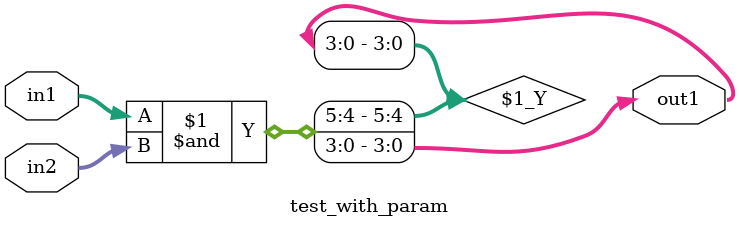
<source format=v>

`define width1 3

module test_with_param ( in1, in2, out1 );
    
parameter width2=2;
    
input [`width1-width2 : 0 ] in1;
    
input [`width1+width2 : 0 ] in2;
    
output [`width1:0] out1;

    
assign out1 = in1 & in2;


endmodule

</source>
